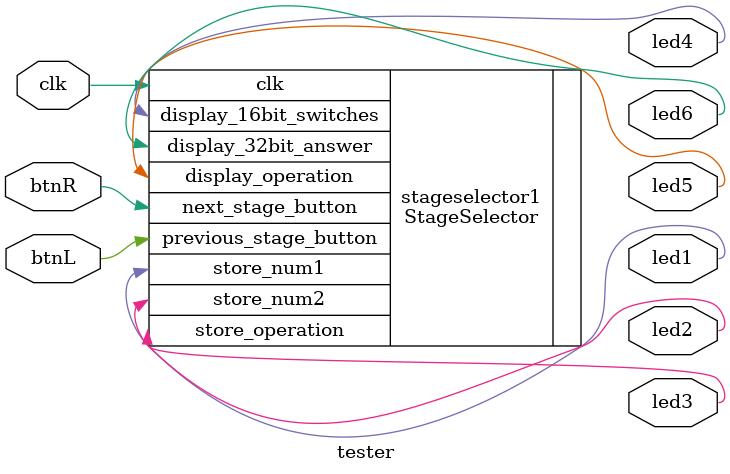
<source format=v>
`timescale 1ns / 1ps


module tester(
    input btnL, btnR, clk,
    output led1, led2, led3, led4, led5, led6
    );
    
StageSelector stageselector1(
    .previous_stage_button(btnL),
    .next_stage_button(btnR),
    .clk(clk),
    
    .store_num1(led1),
    .store_num2(led2),
    .store_operation(led3),
    .display_16bit_switches(led4),
    .display_operation(led5),
    .display_32bit_answer(led6)
);
    
endmodule

</source>
